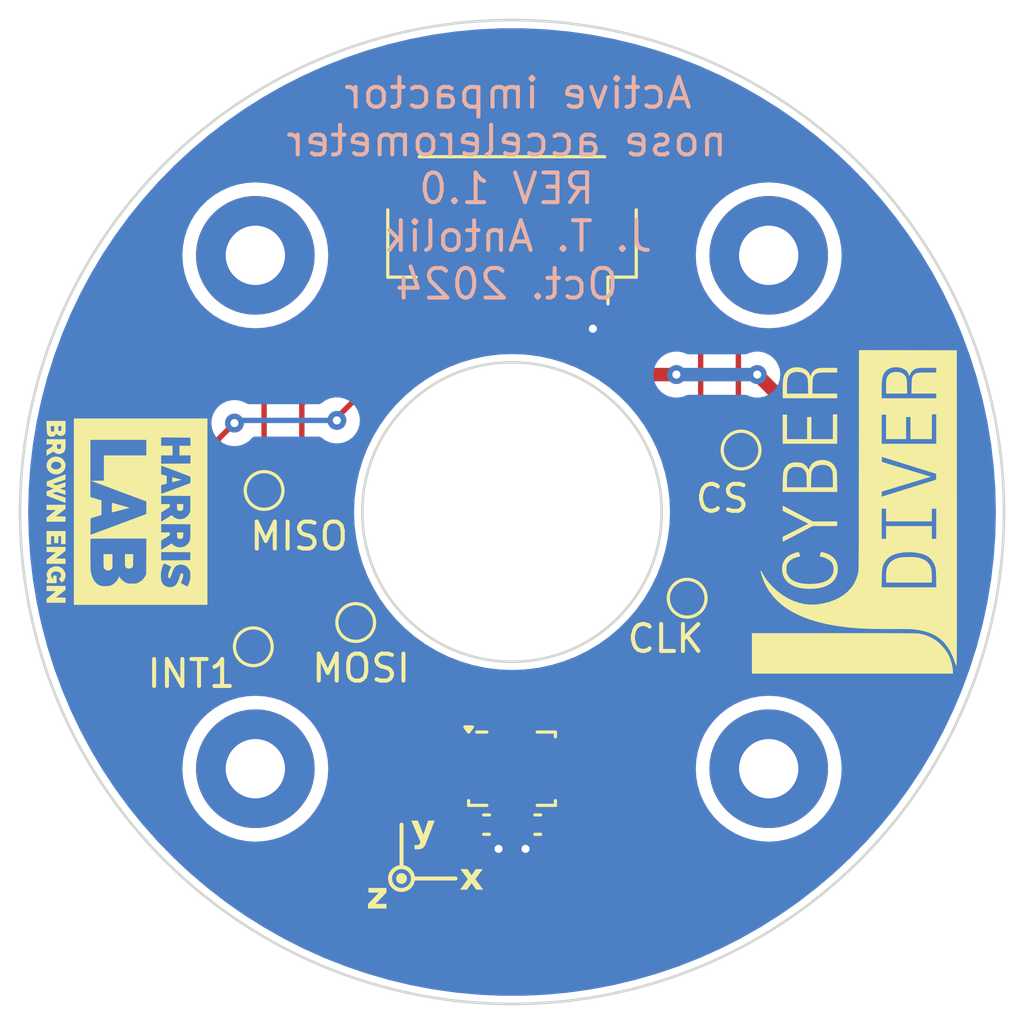
<source format=kicad_pcb>
(kicad_pcb (version 20240108) (generator "pcbnew") (generator_version "8.0")
  (layers (0 "F.Cu" signal) (31 "B.Cu" power) (34 "B.Paste" user) (35 "F.Paste" user) (36 "B.SilkS" user "B.Silkscreen") (37 "F.SilkS" user "F.Silkscreen") (38 "B.Mask" user) (39 "F.Mask" user) (44 "Edge.Cuts" user))
  (net 0 "")
  (net 1 "+3.3V")
  (net 2 "GND")
  (net 3 "/CLK")
  (net 4 "/MOSI")
  (net 5 "/CS")
  (net 6 "/MISO")
  (net 7 "/INT")
  (footprint "Capacitor_SMD:C_0402_1005Metric" (layer "F.Cu") (at -0.945 11.6)
    (property "Reference" "C101" (hide yes))
    (property "Value" "100n")
    (pad "1" smd roundrect (at -0.48 0) (size 0.56 0.62) (layers "F.Cu" "F.Paste" "F.Mask") (net 1 "+3.3V"))
    (pad "2" smd roundrect (at 0.48 0) (size 0.56 0.62) (layers "F.Cu" "F.Paste" "F.Mask") (net 2 "GND"))
  )
  (footprint "Connector_JST:JST_SH_SM07B-SRSS-TB_1x07-1MP_P1.00mm_Horizontal" (layer "F.Cu") (at 0 -10.5 180)
    (property "Reference" "J101" (hide yes))
    (property "Value" "EXP")
    (pad "1" smd roundrect (at -3 -2 180) (size 0.6 1.55) (layers "F.Cu" "F.Paste" "F.Mask") (net 2 "GND"))
    (pad "2" smd roundrect (at -2 -2 180) (size 0.6 1.55) (layers "F.Cu" "F.Paste" "F.Mask") (net 1 "+3.3V"))
    (pad "3" smd roundrect (at -1 -2 180) (size 0.6 1.55) (layers "F.Cu" "F.Paste" "F.Mask") (net 7 "/INT"))
    (pad "4" smd roundrect (at 0 -2 180) (size 0.6 1.55) (layers "F.Cu" "F.Paste" "F.Mask") (net 4 "/MOSI"))
    (pad "5" smd roundrect (at 1 -2 180) (size 0.6 1.55) (layers "F.Cu" "F.Paste" "F.Mask") (net 6 "/MISO"))
    (pad "6" smd roundrect (at 2 -2 180) (size 0.6 1.55) (layers "F.Cu" "F.Paste" "F.Mask") (net 3 "/CLK"))
    (pad "7" smd roundrect (at 3 -2 180) (size 0.6 1.55) (layers "F.Cu" "F.Paste" "F.Mask") (net 5 "/CS"))
    (pad "MP" smd roundrect (at -4.3 1.875 180) (size 1.2 1.8) (layers "F.Cu" "F.Paste" "F.Mask") (roundrect_rratio 0.208333))
    (pad "MP" smd roundrect (at 4.3 1.875 180) (size 1.2 1.8) (layers "F.Cu" "F.Paste" "F.Mask") (roundrect_rratio 0.208333))
  )
  (footprint "MountingHole:MountingHole_2.2mm_M2_Pad" (layer "F.Cu") (at 9.525 -9.525)
    (property "Reference" "H102" (hide yes))
    (property "Value" "MountingHole")
    (pad "1" thru_hole circle (at 0 0) (size 4.4 4.4) (drill 2.2) (layers "*.Cu" "*.Mask"))
  )
  (footprint "Package_LGA:LGA-14_3x2.5mm_P0.5mm_LayoutBorder3x4y" (layer "F.Cu") (at 0 9.525)
    (property "Reference" "U101" (hide yes))
    (property "Value" "LSM6DS3TR-C")
    (pad "1" smd roundrect (at -1.1625 -0.75) (size 0.625 0.35) (layers "F.Cu" "F.Paste" "F.Mask") (net 6 "/MISO"))
    (pad "2" smd roundrect (at -1.1625 -0.25) (size 0.625 0.35) (layers "F.Cu" "F.Paste" "F.Mask"))
    (pad "3" smd roundrect (at -1.1625 0.25) (size 0.625 0.35) (layers "F.Cu" "F.Paste" "F.Mask"))
    (pad "4" smd roundrect (at -1.1625 0.75) (size 0.625 0.35) (layers "F.Cu" "F.Paste" "F.Mask") (net 7 "/INT"))
    (pad "5" smd roundrect (at -0.5 0.9125) (size 0.35 0.625) (layers "F.Cu" "F.Paste" "F.Mask") (net 1 "+3.3V"))
    (pad "6" smd roundrect (at 0 0.9125) (size 0.35 0.625) (layers "F.Cu" "F.Paste" "F.Mask") (net 2 "GND"))
    (pad "7" smd roundrect (at 0.5 0.9125) (size 0.35 0.625) (layers "F.Cu" "F.Paste" "F.Mask") (net 2 "GND"))
    (pad "8" smd roundrect (at 1.1625 0.75) (size 0.625 0.35) (layers "F.Cu" "F.Paste" "F.Mask") (net 1 "+3.3V"))
    (pad "9" smd roundrect (at 1.1625 0.25) (size 0.625 0.35) (layers "F.Cu" "F.Paste" "F.Mask"))
    (pad "10" smd roundrect (at 1.1625 -0.25) (size 0.625 0.35) (layers "F.Cu" "F.Paste" "F.Mask"))
    (pad "11" smd roundrect (at 1.1625 -0.75) (size 0.625 0.35) (layers "F.Cu" "F.Paste" "F.Mask"))
    (pad "12" smd roundrect (at 0.5 -0.9125) (size 0.35 0.625) (layers "F.Cu" "F.Paste" "F.Mask") (net 5 "/CS"))
    (pad "13" smd roundrect (at 0 -0.9125) (size 0.35 0.625) (layers "F.Cu" "F.Paste" "F.Mask") (net 3 "/CLK"))
    (pad "14" smd roundrect (at -0.5 -0.9125) (size 0.35 0.625) (layers "F.Cu" "F.Paste" "F.Mask") (net 4 "/MOSI"))
  )
  (footprint "TestPoint:TestPoint_Pad_D1.0mm" (layer "F.Cu") (at 6.5 3.2)
    (property "Reference" "CLK" (at -0.8 1.5 0) (layer "F.SilkS"))
    (property "Value" "CLK")
    (pad "1" smd circle (at 0 0) (size 1 1) (layers "F.Cu" "F.Mask") (net 3 "/CLK"))
  )
  (footprint "LOGO" (layer "F.Cu") (at 12.7 0 90)
    (property "Reference" "G***" (hide yes))
    (property "Value" "LOGO" (hide yes))
  )
  (footprint "TestPoint:TestPoint_Pad_D1.0mm" (layer "F.Cu") (at -5.8 4.1)
    (property "Reference" "MOSI" (at 0.2 1.7 0) (layer "F.SilkS"))
    (property "Value" "MOSI")
    (pad "1" smd circle (at 0 0) (size 1 1) (layers "F.Cu" "F.Mask") (net 4 "/MOSI"))
  )
  (footprint "MountingHole:MountingHole_2.2mm_M2_Pad" (layer "F.Cu") (at -9.525 9.525)
    (property "Reference" "H103" (hide yes))
    (property "Value" "MountingHole")
    (pad "1" thru_hole circle (at 0 0) (size 4.4 4.4) (drill 2.2) (layers "*.Cu" "*.Mask"))
  )
  (footprint "LOGO" (layer "F.Cu") (at -14.3 0 -90)
    (property "Reference" "G***" (hide yes))
    (property "Value" "LOGO" (hide yes))
  )
  (footprint "MountingHole:MountingHole_2.2mm_M2_Pad" (layer "F.Cu") (at -9.525 -9.525)
    (property "Reference" "H104" (hide yes))
    (property "Value" "MountingHole")
    (pad "1" thru_hole circle (at 0 0) (size 4.4 4.4) (drill 2.2) (layers "*.Cu" "*.Mask"))
  )
  (footprint "TestPoint:TestPoint_Pad_D1.0mm" (layer "F.Cu") (at -9.6 5)
    (property "Reference" "INT1" (at -2.3 1 0) (layer "F.SilkS"))
    (property "Value" "INT1")
    (pad "1" smd circle (at 0 0) (size 1 1) (layers "F.Cu" "F.Mask") (net 7 "/INT"))
  )
  (footprint "Capacitor_SMD:C_0402_1005Metric" (layer "F.Cu") (at 0.955 11.6 180)
    (property "Reference" "C102" (hide yes))
    (property "Value" "100n")
    (pad "1" smd roundrect (at -0.48 0 180) (size 0.56 0.62) (layers "F.Cu" "F.Paste" "F.Mask") (net 1 "+3.3V"))
    (pad "2" smd roundrect (at 0.48 0 180) (size 0.56 0.62) (layers "F.Cu" "F.Paste" "F.Mask") (net 2 "GND"))
  )
  (footprint "TestPoint:TestPoint_Pad_D1.0mm" (layer "F.Cu") (at -9.2 -0.8)
    (property "Reference" "MISO" (at 1.3 1.7 0) (layer "F.SilkS"))
    (property "Value" "MISO")
    (pad "1" smd circle (at 0 0) (size 1 1) (layers "F.Cu" "F.Mask") (net 6 "/MISO"))
  )
  (footprint "MountingHole:MountingHole_2.2mm_M2_Pad" (layer "F.Cu") (at 9.525 9.525)
    (property "Reference" "H101" (hide yes))
    (property "Value" "MountingHole")
    (pad "1" thru_hole circle (at 0 0) (size 4.4 4.4) (drill 2.2) (layers "*.Cu" "*.Mask"))
  )
  (footprint "TestPoint:TestPoint_Pad_D1.0mm" (layer "F.Cu") (at 8.5 -2.3)
    (property "Reference" "CS" (at -0.7 1.8 0) (layer "F.SilkS"))
    (property "Value" "CS")
    (pad "1" smd circle (at 0 0) (size 1 1) (layers "F.Cu" "F.Mask") (net 5 "/CS"))
  )
  (gr_line (start -2.1 13.6) (end -3.675736 13.6) (stroke (width 0.15)) (layer "F.SilkS"))
  (gr_circle (center -4.1 13.6) (end -3.8 13.3) (stroke (width 0.15)) (fill none) (layer "F.SilkS"))
  (gr_line (start -4.1 11.6) (end -4.1 13.175736) (stroke (width 0.15)) (layer "F.SilkS"))
  (gr_circle (center -4.1 13.6) (end -4.1 13.7) (stroke (width 0.2)) (fill none) (layer "F.SilkS"))
  (gr_circle (center 0 0) (end 18.25625 0) (stroke (width 0.1)) (fill none) (layer "Edge.Cuts"))
  (gr_circle (center 0 0) (end 5.55625 0) (stroke (width 0.1)) (fill none) (layer "Edge.Cuts"))
  (gr_text "Active impactor \nnose accelerometer\nREV 1.0\nJ. T. Antolik \nOct. 2024" (at -0.2 -12 0) (layer "B.SilkS") (effects (font (size 1.1 1.1)) (justify mirror)))
  (gr_text "x" (at -1.5 13.6 0) (layer "F.SilkS") (effects (font (size 1 1))))
  (gr_text "z" (at -5 14.3 0) (layer "F.SilkS") (effects (font (size 1 1))))
  (gr_text "y" (at -3.3 11.8 0) (layer "F.SilkS") (effects (font (size 1 1))))
  (segment (start 2 -6.668629) (end 3.568629 -5.1) (width 0.5) (layer "F.Cu") (net 1))
  (segment (start -1.4 11.6) (end -1.1 11.3) (width 0.3) (layer "F.Cu") (net 1))
  (segment (start 1.1625 10.7625) (end 1.1625 10.3) (width 0.3) (layer "F.Cu") (net 1))
  (segment (start -1.425 12.875) (end -1 13.3) (width 0.5) (layer "F.Cu") (net 1))
  (segment (start -1 13.3) (end 1.1 13.3) (width 0.5) (layer "F.Cu") (net 1))
  (segment (start -1.1 11.146144) (end -0.525 10.571144) (width 0.3) (layer "F.Cu") (net 1))
  (segment (start -1.425 11.6) (end -1.425 12.875) (width 0.5) (layer "F.Cu") (net 1))
  (segment (start 1.435 11.6) (end 1.435 11.035) (width 0.3) (layer "F.Cu") (net 1))
  (segment (start 1.435 11.035) (end 1.1625 10.7625) (width 0.3) (layer "F.Cu") (net 1))
  (segment (start 1.1 13.3) (end 1.435 12.965) (width 0.5) (layer "F.Cu") (net 1))
  (segment (start 10.1 4) (end 4 10.1) (width 0.5) (layer "F.Cu") (net 1))
  (segment (start -1.425 11.6) (end -1.4 11.6) (width 0.3) (layer "F.Cu") (net 1))
  (segment (start 2 -8.5) (end 2 -6.668629) (width 0.5) (layer "F.Cu") (net 1))
  (segment (start 3.568629 -5.1) (end 6.1 -5.1) (width 0.5) (layer "F.Cu") (net 1))
  (segment (start 9.1 -5.1) (end 10.1 -4.1) (width 0.5) (layer "F.Cu") (net 1))
  (segment (start 4 10.1) (end 4 11.6) (width 0.5) (layer "F.Cu") (net 1))
  (segment (start 4 11.6) (end 2.3 13.3) (width 0.5) (layer "F.Cu") (net 1))
  (segment (start 2.3 13.3) (end 1.1 13.3) (width 0.5) (layer "F.Cu") (net 1))
  (segment (start -1.1 11.3) (end -1.1 11.146144) (width 0.3) (layer "F.Cu") (net 1))
  (segment (start 1.435 12.965) (end 1.435 11.6) (width 0.5) (layer "F.Cu") (net 1))
  (segment (start 10.1 -4.1) (end 10.1 4) (width 0.5) (layer "F.Cu") (net 1))
  (via (at 6.1 -5.1) (size 0.7) (drill 0.3) (layers "F.Cu" "B.Cu") (net 1))
  (via (at 9.1 -5.1) (size 0.7) (drill 0.3) (layers "F.Cu" "B.Cu") (net 1))
  (segment (start 6.1 -5.1) (end 9.1 -5.1) (width 0.5) (layer "B.Cu") (net 1))
  (segment (start 0.475 11.6) (end 0.475 12.475) (width 0.3) (layer "F.Cu") (net 2))
  (segment (start 0.5 10.4375) (end 0.5 11.575) (width 0.3) (layer "F.Cu") (net 2))
  (segment (start 0.475 12.475) (end 0.5 12.5) (width 0.3) (layer "F.Cu") (net 2))
  (segment (start -0.465 11.6) (end 0.025 11.11) (width 0.3) (layer "F.Cu") (net 2))
  (segment (start 0.025 11.11) (end 0.025 10.4375) (width 0.3) (layer "F.Cu") (net 2))
  (segment (start -0.465 11.6) (end -0.465 12.465) (width 0.3) (layer "F.Cu") (net 2))
  (segment (start -0.465 12.465) (end -0.5 12.5) (width 0.3) (layer "F.Cu") (net 2))
  (segment (start 3 -8.5) (end 3 -6.8) (width 0.5) (layer "F.Cu") (net 2))
  (segment (start 0.5 11.575) (end 0.475 11.6) (width 0.3) (layer "F.Cu") (net 2))
  (via (at 3 -6.8) (size 0.7) (drill 0.3) (layers "F.Cu" "B.Cu") (net 2))
  (via (at 0.5 12.5) (size 0.7) (drill 0.3) (layers "F.Cu" "B.Cu") (net 2))
  (via (at -0.5 12.5) (size 0.7) (drill 0.3) (layers "F.Cu" "B.Cu") (net 2))
  (segment (start -1.7 -10.1) (end -2 -9.8) (width 0.2) (layer "F.Cu") (net 3))
  (segment (start 0.9 6.3) (end 3.4 6.3) (width 0.2) (layer "F.Cu") (net 3))
  (segment (start 0 7.2) (end 0.9 6.3) (width 0.2) (layer "F.Cu") (net 3))
  (segment (start 7 -6.4) (end 3.3 -10.1) (width 0.2) (layer "F.Cu") (net 3))
  (segment (start -2 -9.8) (end -2 -8.5) (width 0.2) (layer "F.Cu") (net 3))
  (segment (start 3.3 -10.1) (end -1.7 -10.1) (width 0.2) (layer "F.Cu") (net 3))
  (segment (start 3.4 6.3) (end 7 2.7) (width 0.2) (layer "F.Cu") (net 3))
  (segment (start 0 8.6125) (end 0 7.2) (width 0.2) (layer "F.Cu") (net 3))
  (segment (start 7 2.7) (end 7 -6.4) (width 0.2) (layer "F.Cu") (net 3))
  (segment (start 0 -8.5) (end 0 -7.373889) (width 0.2) (layer "F.Cu") (net 4))
  (segment (start -7.8 2.1) (end -2.7 7.2) (width 0.2) (layer "F.Cu") (net 4))
  (segment (start -2.7 7.2) (end -1.4 7.2) (width 0.2) (layer "F.Cu") (net 4))
  (segment (start -7.8 -4) (end -7.8 2.1) (width 0.2) (layer "F.Cu") (net 4))
  (segment (start -0.716321 -6.657568) (end -5.142432 -6.657568) (width 0.2) (layer "F.Cu") (net 4))
  (segment (start 0 -7.373889) (end -0.716321 -6.657568) (width 0.2) (layer "F.Cu") (net 4))
  (segment (start -5.142432 -6.657568) (end -7.8 -4) (width 0.2) (layer "F.Cu") (net 4))
  (segment (start -0.5 8.1) (end -0.5 8.6125) (width 0.2) (layer "F.Cu") (net 4))
  (segment (start -1.4 7.2) (end -0.5 8.1) (width 0.2) (layer "F.Cu") (net 4))
  (segment (start 0.5 7.8) (end 0.5 8.6125) (width 0.2) (layer "F.Cu") (net 5))
  (segment (start 3.8 -11) (end 8.4 -6.4) (width 0.2) (layer "F.Cu") (net 5))
  (segment (start -2.3 -11) (end 3.8 -11) (width 0.2) (layer "F.Cu") (net 5))
  (segment (start -3 -10.3) (end -2.3 -11) (width 0.2) (layer "F.Cu") (net 5))
  (segment (start 4.4 7.3) (end 1 7.3) (width 0.2) (layer "F.Cu") (net 5))
  (segment (start 8.4 -6.4) (end 8.4 3.3) (width 0.2) (layer "F.Cu") (net 5))
  (segment (start 1 7.3) (end 0.5 7.8) (width 0.2) (layer "F.Cu") (net 5))
  (segment (start -3 -8.5) (end -3 -10.3) (width 0.2) (layer "F.Cu") (net 5))
  (segment (start 8.4 3.3) (end 4.4 7.3) (width 0.2) (layer "F.Cu") (net 5))
  (segment (start -9.2 -4.9) (end -9.2 3.1) (width 0.2) (layer "F.Cu") (net 6))
  (segment (start -6.9 -7.2) (end -9.2 -4.9) (width 0.2) (layer "F.Cu") (net 6))
  (segment (start -1 -8.5) (end -1 -7.6) (width 0.2) (layer "F.Cu") (net 6))
  (segment (start -1.4 -7.2) (end -6.9 -7.2) (width 0.2) (layer "F.Cu") (net 6))
  (segment (start -9.2 3.1) (end -3.525 8.775) (width 0.2) (layer "F.Cu") (net 6))
  (segment (start -3.525 8.775) (end -1.1625 8.775) (width 0.2) (layer "F.Cu") (net 6))
  (segment (start -1 -7.6) (end -1.4 -7.2) (width 0.2) (layer "F.Cu") (net 6))
  (segment (start -10.9 3.6) (end -4.225 10.275) (width 0.2) (layer "F.Cu") (net 7))
  (segment (start -6.5 -3.5) (end -6.5 -3.4) (width 0.2) (layer "F.Cu") (net 7))
  (segment (start -4.225 10.275) (end -1.1625 10.275) (width 0.2) (layer "F.Cu") (net 7))
  (segment (start -3.9 -6.1) (end -6.5 -3.5) (width 0.2) (layer "F.Cu") (net 7))
  (segment (start -10.9 -2.7) (end -10.9 3.6) (width 0.2) (layer "F.Cu") (net 7))
  (segment (start 1 -8.5) (end 1 -7.1) (width 0.2) (layer "F.Cu") (net 7))
  (segment (start 0 -6.1) (end -3.9 -6.1) (width 0.2) (layer "F.Cu") (net 7))
  (segment (start 1 -7.1) (end 0 -6.1) (width 0.2) (layer "F.Cu") (net 7))
  (segment (start -10.3 -3.3) (end -10.9 -2.7) (width 0.2) (layer "F.Cu") (net 7))
  (via (at -10.3 -3.3) (size 0.7) (drill 0.3) (layers "F.Cu" "B.Cu") (net 7))
  (via (at -6.5 -3.4) (size 0.7) (drill 0.3) (layers "F.Cu" "B.Cu") (net 7))
  (segment (start -6.5 -3.4) (end -10.2 -3.4) (width 0.2) (layer "B.Cu") (net 7))
  (segment (start -10.2 -3.4) (end -10.3 -3.3) (width 0.2) (layer "B.Cu") (net 7))
  (zone (net 2) (net_name "GND") (layer "B.Cu") (connect_pads (clearance 0.5)) (min_thickness 0.25) (fill yes (thermal_gap 0.5) (thermal_bridge_width 0.5))
    (polygon (pts (xy -19 -19) (xy 19 -19) (xy 19 19) (xy -19 19)))
  )
)
</source>
